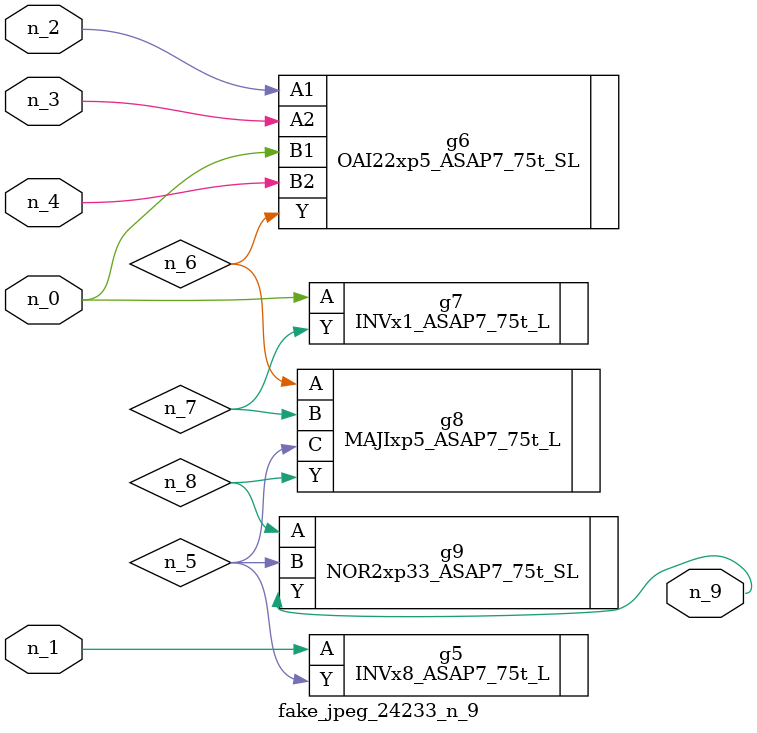
<source format=v>
module fake_jpeg_24233_n_9 (n_3, n_2, n_1, n_0, n_4, n_9);

input n_3;
input n_2;
input n_1;
input n_0;
input n_4;

output n_9;

wire n_8;
wire n_6;
wire n_5;
wire n_7;

INVx8_ASAP7_75t_L g5 ( 
.A(n_1),
.Y(n_5)
);

OAI22xp5_ASAP7_75t_SL g6 ( 
.A1(n_2),
.A2(n_3),
.B1(n_0),
.B2(n_4),
.Y(n_6)
);

INVx1_ASAP7_75t_L g7 ( 
.A(n_0),
.Y(n_7)
);

MAJIxp5_ASAP7_75t_L g8 ( 
.A(n_6),
.B(n_7),
.C(n_5),
.Y(n_8)
);

NOR2xp33_ASAP7_75t_SL g9 ( 
.A(n_8),
.B(n_5),
.Y(n_9)
);


endmodule
</source>
